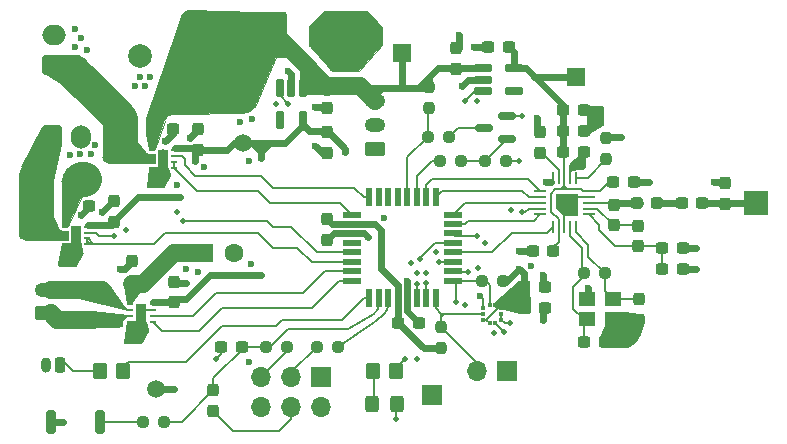
<source format=gbr>
%TF.GenerationSoftware,KiCad,Pcbnew,8.0.7*%
%TF.CreationDate,2025-06-14T22:59:40+12:00*%
%TF.ProjectId,heli_avionics,68656c69-5f61-4766-996f-6e6963732e6b,rev?*%
%TF.SameCoordinates,Original*%
%TF.FileFunction,Copper,L1,Top*%
%TF.FilePolarity,Positive*%
%FSLAX46Y46*%
G04 Gerber Fmt 4.6, Leading zero omitted, Abs format (unit mm)*
G04 Created by KiCad (PCBNEW 8.0.7) date 2025-06-14 22:59:40*
%MOMM*%
%LPD*%
G01*
G04 APERTURE LIST*
G04 Aperture macros list*
%AMRoundRect*
0 Rectangle with rounded corners*
0 $1 Rounding radius*
0 $2 $3 $4 $5 $6 $7 $8 $9 X,Y pos of 4 corners*
0 Add a 4 corners polygon primitive as box body*
4,1,4,$2,$3,$4,$5,$6,$7,$8,$9,$2,$3,0*
0 Add four circle primitives for the rounded corners*
1,1,$1+$1,$2,$3*
1,1,$1+$1,$4,$5*
1,1,$1+$1,$6,$7*
1,1,$1+$1,$8,$9*
0 Add four rect primitives between the rounded corners*
20,1,$1+$1,$2,$3,$4,$5,0*
20,1,$1+$1,$4,$5,$6,$7,0*
20,1,$1+$1,$6,$7,$8,$9,0*
20,1,$1+$1,$8,$9,$2,$3,0*%
%AMFreePoly0*
4,1,19,1.258779,0.580902,1.295106,0.530902,1.300000,0.500000,1.300000,-1.200000,1.280902,-1.258779,1.230902,-1.295106,1.200000,-1.300000,0.100000,-1.300000,0.041221,-1.280902,0.029289,-1.270711,-0.570711,-0.670711,-0.598769,-0.615643,-0.600000,-0.600000,-0.600000,0.500000,-0.580902,0.558779,-0.530902,0.595106,-0.500000,0.600000,1.200000,0.600000,1.258779,0.580902,1.258779,0.580902,
$1*%
G04 Aperture macros list end*
%TA.AperFunction,Conductor*%
%ADD10C,0.010000*%
%TD*%
%TA.AperFunction,Conductor*%
%ADD11C,0.000000*%
%TD*%
%TA.AperFunction,Conductor*%
%ADD12C,0.200000*%
%TD*%
%TA.AperFunction,SMDPad,CuDef*%
%ADD13RoundRect,0.237500X0.237500X-0.300000X0.237500X0.300000X-0.237500X0.300000X-0.237500X-0.300000X0*%
%TD*%
%TA.AperFunction,SMDPad,CuDef*%
%ADD14RoundRect,0.162500X-0.162500X0.617500X-0.162500X-0.617500X0.162500X-0.617500X0.162500X0.617500X0*%
%TD*%
%TA.AperFunction,SMDPad,CuDef*%
%ADD15RoundRect,0.237500X-0.300000X-0.237500X0.300000X-0.237500X0.300000X0.237500X-0.300000X0.237500X0*%
%TD*%
%TA.AperFunction,SMDPad,CuDef*%
%ADD16RoundRect,0.237500X0.300000X0.237500X-0.300000X0.237500X-0.300000X-0.237500X0.300000X-0.237500X0*%
%TD*%
%TA.AperFunction,SMDPad,CuDef*%
%ADD17RoundRect,0.237500X-0.237500X0.287500X-0.237500X-0.287500X0.237500X-0.287500X0.237500X0.287500X0*%
%TD*%
%TA.AperFunction,ComponentPad*%
%ADD18RoundRect,0.250000X0.625000X-0.350000X0.625000X0.350000X-0.625000X0.350000X-0.625000X-0.350000X0*%
%TD*%
%TA.AperFunction,ComponentPad*%
%ADD19O,1.750000X1.200000*%
%TD*%
%TA.AperFunction,ComponentPad*%
%ADD20RoundRect,0.250002X-1.699998X-1.699998X1.699998X-1.699998X1.699998X1.699998X-1.699998X1.699998X0*%
%TD*%
%TA.AperFunction,SMDPad,CuDef*%
%ADD21RoundRect,0.250000X-0.350000X-0.450000X0.350000X-0.450000X0.350000X0.450000X-0.350000X0.450000X0*%
%TD*%
%TA.AperFunction,ComponentPad*%
%ADD22R,1.700000X1.700000*%
%TD*%
%TA.AperFunction,ComponentPad*%
%ADD23O,1.700000X1.700000*%
%TD*%
%TA.AperFunction,SMDPad,CuDef*%
%ADD24R,0.300000X0.325000*%
%TD*%
%TA.AperFunction,SMDPad,CuDef*%
%ADD25R,0.325000X0.300000*%
%TD*%
%TA.AperFunction,SMDPad,CuDef*%
%ADD26RoundRect,0.237500X-0.237500X0.300000X-0.237500X-0.300000X0.237500X-0.300000X0.237500X0.300000X0*%
%TD*%
%TA.AperFunction,ComponentPad*%
%ADD27RoundRect,0.250000X-0.600000X-0.750000X0.600000X-0.750000X0.600000X0.750000X-0.600000X0.750000X0*%
%TD*%
%TA.AperFunction,ComponentPad*%
%ADD28O,1.700000X2.000000*%
%TD*%
%TA.AperFunction,SMDPad,CuDef*%
%ADD29RoundRect,0.237500X-0.237500X0.250000X-0.237500X-0.250000X0.237500X-0.250000X0.237500X0.250000X0*%
%TD*%
%TA.AperFunction,SMDPad,CuDef*%
%ADD30C,1.500000*%
%TD*%
%TA.AperFunction,SMDPad,CuDef*%
%ADD31RoundRect,0.062500X-0.475000X-0.062500X0.475000X-0.062500X0.475000X0.062500X-0.475000X0.062500X0*%
%TD*%
%TA.AperFunction,SMDPad,CuDef*%
%ADD32RoundRect,0.062500X-0.062500X-0.475000X0.062500X-0.475000X0.062500X0.475000X-0.062500X0.475000X0*%
%TD*%
%TA.AperFunction,HeatsinkPad*%
%ADD33C,0.600000*%
%TD*%
%TA.AperFunction,HeatsinkPad*%
%ADD34FreePoly0,0.000000*%
%TD*%
%TA.AperFunction,SMDPad,CuDef*%
%ADD35RoundRect,0.237500X-0.250000X-0.237500X0.250000X-0.237500X0.250000X0.237500X-0.250000X0.237500X0*%
%TD*%
%TA.AperFunction,ComponentPad*%
%ADD36RoundRect,0.225000X0.225000X0.425000X-0.225000X0.425000X-0.225000X-0.425000X0.225000X-0.425000X0*%
%TD*%
%TA.AperFunction,ComponentPad*%
%ADD37O,0.900000X1.300000*%
%TD*%
%TA.AperFunction,ComponentPad*%
%ADD38RoundRect,0.250000X0.750000X-0.600000X0.750000X0.600000X-0.750000X0.600000X-0.750000X-0.600000X0*%
%TD*%
%TA.AperFunction,ComponentPad*%
%ADD39O,2.000000X1.700000*%
%TD*%
%TA.AperFunction,SMDPad,CuDef*%
%ADD40R,1.500000X1.500000*%
%TD*%
%TA.AperFunction,SMDPad,CuDef*%
%ADD41RoundRect,0.237500X0.250000X0.237500X-0.250000X0.237500X-0.250000X-0.237500X0.250000X-0.237500X0*%
%TD*%
%TA.AperFunction,ComponentPad*%
%ADD42RoundRect,0.250001X-0.799999X-0.799999X0.799999X-0.799999X0.799999X0.799999X-0.799999X0.799999X0*%
%TD*%
%TA.AperFunction,SMDPad,CuDef*%
%ADD43RoundRect,0.162500X-0.617500X-0.162500X0.617500X-0.162500X0.617500X0.162500X-0.617500X0.162500X0*%
%TD*%
%TA.AperFunction,SMDPad,CuDef*%
%ADD44RoundRect,0.200000X-0.200000X-0.800000X0.200000X-0.800000X0.200000X0.800000X-0.200000X0.800000X0*%
%TD*%
%TA.AperFunction,SMDPad,CuDef*%
%ADD45R,1.400000X1.200000*%
%TD*%
%TA.AperFunction,ComponentPad*%
%ADD46R,1.600000X1.600000*%
%TD*%
%TA.AperFunction,ComponentPad*%
%ADD47C,1.600000*%
%TD*%
%TA.AperFunction,SMDPad,CuDef*%
%ADD48R,1.600000X0.550000*%
%TD*%
%TA.AperFunction,SMDPad,CuDef*%
%ADD49R,0.550000X1.600000*%
%TD*%
%TA.AperFunction,SMDPad,CuDef*%
%ADD50RoundRect,0.150000X0.587500X0.150000X-0.587500X0.150000X-0.587500X-0.150000X0.587500X-0.150000X0*%
%TD*%
%TA.AperFunction,SMDPad,CuDef*%
%ADD51RoundRect,0.062500X-0.187500X-0.062500X0.187500X-0.062500X0.187500X0.062500X-0.187500X0.062500X0*%
%TD*%
%TA.AperFunction,ComponentPad*%
%ADD52C,0.650000*%
%TD*%
%TA.AperFunction,SMDPad,CuDef*%
%ADD53R,0.900000X1.600000*%
%TD*%
%TA.AperFunction,SMDPad,CuDef*%
%ADD54RoundRect,0.250000X0.325000X0.450000X-0.325000X0.450000X-0.325000X-0.450000X0.325000X-0.450000X0*%
%TD*%
%TA.AperFunction,ComponentPad*%
%ADD55R,2.000000X2.000000*%
%TD*%
%TA.AperFunction,ComponentPad*%
%ADD56C,2.000000*%
%TD*%
%TA.AperFunction,SMDPad,CuDef*%
%ADD57RoundRect,0.237500X-0.287500X-0.237500X0.287500X-0.237500X0.287500X0.237500X-0.287500X0.237500X0*%
%TD*%
%TA.AperFunction,ViaPad*%
%ADD58C,0.600000*%
%TD*%
%TA.AperFunction,ViaPad*%
%ADD59C,0.500000*%
%TD*%
%TA.AperFunction,Conductor*%
%ADD60C,0.600000*%
%TD*%
%TA.AperFunction,Conductor*%
%ADD61C,1.500000*%
%TD*%
%TA.AperFunction,Conductor*%
%ADD62C,3.000000*%
%TD*%
G04 APERTURE END LIST*
D10*
%TO.N,GND*%
X125170000Y-104760000D02*
X127110000Y-106980000D01*
D11*
%TA.AperFunction,Conductor*%
G36*
X106085727Y-122338577D02*
G01*
X106099700Y-122398294D01*
X106088151Y-122520284D01*
X106063245Y-122576330D01*
X105579298Y-123438523D01*
X105562532Y-123471650D01*
X105508951Y-123522959D01*
X105440110Y-123550609D01*
X105403017Y-123552188D01*
X104169338Y-123566288D01*
X104133608Y-123565011D01*
X104069148Y-123534252D01*
X104010000Y-123480000D01*
X103970000Y-123430000D01*
X103930000Y-123350000D01*
X104286693Y-121528577D01*
X105926693Y-121508577D01*
X106085727Y-122338577D01*
G37*
%TD.AperFunction*%
D10*
%TO.N,+BATT*%
X111650000Y-113590000D02*
X111380000Y-112270000D01*
%TO.N,Net-(J3-Pin_1)*%
X110710000Y-113080000D02*
X107730000Y-112753292D01*
X111420678Y-113922482D02*
X110710000Y-113080000D01*
D11*
%TA.AperFunction,Conductor*%
%TO.N,Net-(J2-Pin_1)*%
G36*
X109865445Y-127590813D02*
G01*
X109865445Y-127820813D01*
X109617987Y-127991917D01*
X109560000Y-128030000D01*
X109474317Y-128138947D01*
X109433680Y-128271460D01*
X109435445Y-128340813D01*
X109435007Y-128354844D01*
X109432797Y-128412217D01*
X109396306Y-128521007D01*
X109327121Y-128612551D01*
X109232422Y-128677349D01*
X109122034Y-128708678D01*
X109064618Y-128708244D01*
X106950000Y-128760000D01*
X106920000Y-127270000D01*
X109865445Y-127590813D01*
G37*
%TD.AperFunction*%
D10*
%TO.N,GND*%
X148590000Y-114300000D02*
X148590000Y-115062000D01*
X147574000Y-115316000D01*
X147320000Y-115316000D01*
X147320000Y-115062000D01*
X148082000Y-114046000D01*
X148590000Y-114300000D01*
%TA.AperFunction,Conductor*%
G36*
X148590000Y-114300000D02*
G01*
X148590000Y-115062000D01*
X147574000Y-115316000D01*
X147320000Y-115316000D01*
X147320000Y-115062000D01*
X148082000Y-114046000D01*
X148590000Y-114300000D01*
G37*
%TD.AperFunction*%
D11*
%TA.AperFunction,Conductor*%
G36*
X152890000Y-127490000D02*
G01*
X153628056Y-128338298D01*
X153291756Y-129222876D01*
X153255860Y-129352156D01*
X153146913Y-129597328D01*
X152998623Y-129820910D01*
X152815141Y-130016646D01*
X152601600Y-130179061D01*
X152363973Y-130303610D01*
X152108911Y-130386807D01*
X151843550Y-130426326D01*
X151709378Y-130426409D01*
X150565426Y-130423084D01*
X149710000Y-129640000D01*
X150260000Y-128600000D01*
X151650000Y-127410000D01*
X152890000Y-127490000D01*
G37*
%TD.AperFunction*%
D12*
X150114000Y-111252000D02*
X150114000Y-111506000D01*
X148844000Y-112268000D01*
X148844000Y-109982000D01*
X150114000Y-109982000D01*
X150114000Y-111252000D01*
%TA.AperFunction,Conductor*%
G36*
X150114000Y-111252000D02*
G01*
X150114000Y-111506000D01*
X148844000Y-112268000D01*
X148844000Y-109982000D01*
X150114000Y-109982000D01*
X150114000Y-111252000D01*
G37*
%TD.AperFunction*%
D10*
%TO.N,Net-(J3-Pin_1)*%
X112140000Y-114030000D02*
X111650000Y-114030000D01*
%TO.N,Net-(J4-Pin_1)*%
X104280000Y-120520000D02*
G75*
G02*
X104050672Y-120412486I-13800J268900D01*
G01*
X104050678Y-120412482D02*
X103600000Y-119390000D01*
%TO.N,+BATT*%
X112932036Y-111166807D02*
G75*
G02*
X113771336Y-110608832I815664J-316693D01*
G01*
D11*
%TA.AperFunction,Conductor*%
G36*
X105950000Y-117580000D02*
G01*
X104770000Y-120060000D01*
X104280000Y-120070000D01*
X104249314Y-116374167D01*
G75*
G02*
X104450001Y-115630000I1480086J-33D01*
G01*
X104710000Y-115200000D01*
X105950000Y-117580000D01*
G37*
%TD.AperFunction*%
D10*
%TO.N,Net-(J3-Pin_1)*%
X107719078Y-114266708D02*
X107730000Y-112753292D01*
X108237506Y-114785136D02*
G75*
G02*
X107719064Y-114266708I-6J518436D01*
G01*
%TO.N,+BATT*%
X111650000Y-113590000D02*
X112140000Y-113580000D01*
X111380000Y-112270000D02*
X111380001Y-111410000D01*
D11*
%TA.AperFunction,Conductor*%
G36*
X120690000Y-101960000D02*
G01*
X122380000Y-105820000D01*
X120607710Y-110009733D01*
G75*
G02*
X119700000Y-110539999I-892210J485233D01*
G01*
X119700000Y-110540000D01*
X113770520Y-110639036D01*
G75*
G03*
X112960175Y-111177733I-22820J-844464D01*
G01*
X112140000Y-113580000D01*
X111650000Y-113590000D01*
X111380000Y-112270000D01*
X111380001Y-111410000D01*
G75*
G02*
X111494729Y-110674928I1758399J102000D01*
G01*
X114470000Y-102160000D01*
G75*
G02*
X115066630Y-101822701I586500J-341100D01*
G01*
X120690000Y-101960000D01*
G37*
%TD.AperFunction*%
D10*
%TO.N,GND*%
X130080000Y-101930000D02*
X126460000Y-101930000D01*
D11*
%TA.AperFunction,Conductor*%
%TO.N,Net-(J4-Pin_1)*%
G36*
X104240000Y-113270000D02*
G01*
X103610000Y-116290000D01*
X100800000Y-115100000D01*
X102580000Y-111670000D01*
X104240000Y-113270000D01*
G37*
%TD.AperFunction*%
%TA.AperFunction,Conductor*%
%TO.N,Net-(J3-Pin_1)*%
G36*
X110710000Y-113080000D02*
G01*
X111420678Y-113922482D01*
X111448449Y-113956732D01*
X111521100Y-114006608D01*
X111605909Y-114030553D01*
X111650000Y-114030000D01*
X112140000Y-114030000D01*
X112140000Y-114780000D01*
X108237506Y-114785136D01*
X108169544Y-114782927D01*
X108038250Y-114747749D01*
X107920535Y-114679788D01*
X107824421Y-114583676D01*
X107756457Y-114465963D01*
X107721275Y-114334670D01*
X107719078Y-114266708D01*
X107730000Y-112753292D01*
X110710000Y-113080000D01*
G37*
%TD.AperFunction*%
D10*
%TO.N,+BATT*%
X104450001Y-115630000D02*
X104710000Y-115200000D01*
X104710000Y-115200000D02*
X105950000Y-117580000D01*
D11*
%TA.AperFunction,Conductor*%
%TO.N,GND*%
G36*
X111601034Y-128873750D02*
G01*
X111615007Y-128933467D01*
X111603458Y-129055457D01*
X111578552Y-129111503D01*
X111094605Y-129973696D01*
X111077839Y-130006823D01*
X111024258Y-130058132D01*
X110955417Y-130085782D01*
X110918324Y-130087361D01*
X109684645Y-130101461D01*
X109648915Y-130100184D01*
X109584455Y-130069425D01*
X109540187Y-130013374D01*
X109525204Y-129943539D01*
X109532228Y-129908483D01*
X109802000Y-128233750D01*
X111442000Y-128213750D01*
X111601034Y-128873750D01*
G37*
%TD.AperFunction*%
%TA.AperFunction,Conductor*%
%TO.N,Net-(J4-Pin_1)*%
G36*
X103600000Y-119390000D02*
G01*
X104050678Y-120412482D01*
G75*
G03*
X104280000Y-120520000I215522J161382D01*
G01*
X104770000Y-120520000D01*
X104770000Y-121270000D01*
X101136584Y-121271844D01*
G75*
G02*
X100618156Y-120753416I16J518444D01*
G01*
X100620000Y-119240000D01*
X103600000Y-119390000D01*
G37*
%TD.AperFunction*%
D10*
%TO.N,+BATT*%
X104770000Y-120060000D02*
X104280000Y-120070000D01*
%TO.N,Net-(J4-Pin_1)*%
X104770000Y-121270000D02*
X104770000Y-120520000D01*
%TO.N,VCC*%
X143850000Y-124790000D02*
X143880000Y-127400000D01*
X143840000Y-127440000D01*
X143790000Y-127460000D01*
X143750000Y-127470000D01*
X143090000Y-127480000D01*
X143040000Y-127470000D01*
X141610000Y-127130000D01*
X141340000Y-127130000D01*
X140840000Y-126880000D01*
X140840000Y-126610000D01*
X142940000Y-124750000D01*
X143850000Y-124790000D01*
%TA.AperFunction,Conductor*%
G36*
X143850000Y-124790000D02*
G01*
X143880000Y-127400000D01*
X143840000Y-127440000D01*
X143790000Y-127460000D01*
X143750000Y-127470000D01*
X143090000Y-127480000D01*
X143040000Y-127470000D01*
X141610000Y-127130000D01*
X141340000Y-127130000D01*
X140840000Y-126880000D01*
X140840000Y-126610000D01*
X142940000Y-124750000D01*
X143850000Y-124790000D01*
G37*
%TD.AperFunction*%
%TO.N,+BATT*%
X105950000Y-117580000D02*
X104770000Y-120060000D01*
D11*
%TA.AperFunction,Conductor*%
%TO.N,Net-(J2-Pin_2)*%
G36*
X109610000Y-126970000D02*
G01*
X109860000Y-127090000D01*
X109850000Y-127330000D01*
X105410000Y-126226000D01*
X108340000Y-125100000D01*
X109610000Y-126970000D01*
G37*
%TD.AperFunction*%
D10*
%TO.N,+BATT*%
X111380001Y-111410000D02*
G75*
G02*
X111494746Y-110674934I1758399J102000D01*
G01*
X119700000Y-110540000D02*
X113770520Y-110639036D01*
X120607710Y-110009733D02*
G75*
G02*
X119700000Y-110540005I-892210J485233D01*
G01*
%TO.N,Net-(J4-Pin_1)*%
X100618156Y-120753416D02*
X100620000Y-119240000D01*
%TO.N,GND*%
X127110000Y-106980000D02*
X129430000Y-106990000D01*
%TO.N,Net-(J3-Pin_1)*%
X111650000Y-114030000D02*
G75*
G02*
X111420672Y-113922486I-13800J268900D01*
G01*
%TO.N,Net-(J4-Pin_1)*%
X101136584Y-121271844D02*
G75*
G02*
X100618156Y-120753416I16J518444D01*
G01*
%TO.N,+BATT*%
X104249314Y-116374167D02*
G75*
G02*
X104450013Y-115630007I1480086J-33D01*
G01*
%TO.N,Net-(J4-Pin_1)*%
X104770000Y-120520000D02*
X104280000Y-120520000D01*
%TO.N,+BATT*%
X114470000Y-102160000D02*
X111494729Y-110674928D01*
X114470000Y-102160000D02*
G75*
G02*
X115066630Y-101822698I586500J-341100D01*
G01*
X104280000Y-120070000D02*
X104249314Y-116374167D01*
D11*
%TA.AperFunction,Conductor*%
G36*
X110880000Y-125761750D02*
G01*
X110290000Y-126641750D01*
X109810000Y-126681750D01*
X109490000Y-125071750D01*
X110880000Y-125761750D01*
G37*
%TD.AperFunction*%
%TA.AperFunction,Conductor*%
%TO.N,Net-(J3-Pin_1)*%
G36*
X105710000Y-105610000D02*
G01*
X106400000Y-106060000D01*
X104300000Y-108190000D01*
X102810000Y-107260000D01*
X104380000Y-105590000D01*
X105710000Y-105610000D01*
G37*
%TD.AperFunction*%
D10*
%TO.N,+BATT*%
X122380000Y-105820000D02*
X120690000Y-101960000D01*
%TO.N,GND*%
X125170000Y-103250000D02*
X125170000Y-104760000D01*
%TO.N,Net-(J4-Pin_1)*%
X103600000Y-119390000D02*
X100620000Y-119240000D01*
%TO.N,Net-(J3-Pin_1)*%
X112140000Y-114780000D02*
X108237506Y-114785136D01*
%TO.N,+BATT*%
X122380000Y-105820000D02*
X120607710Y-110009733D01*
D11*
%TA.AperFunction,Conductor*%
%TO.N,GND*%
G36*
X113290000Y-115208000D02*
G01*
X113476109Y-115706594D01*
X113489098Y-115751377D01*
X113487214Y-115844544D01*
X113472449Y-115888774D01*
X113003452Y-116798000D01*
X112988342Y-116830485D01*
X112929215Y-116870730D01*
X112893452Y-116872931D01*
X111583207Y-116875184D01*
X111559347Y-116874047D01*
X111518613Y-116849269D01*
X111497350Y-116806595D01*
X111498240Y-116782726D01*
X111650000Y-115198000D01*
X113290000Y-115208000D01*
G37*
%TD.AperFunction*%
D10*
X131370000Y-103250000D02*
X130080000Y-101930000D01*
%TO.N,Net-(J3-Pin_1)*%
X112140000Y-114780000D02*
X112140000Y-114030000D01*
%TO.N,GND*%
X129430000Y-106990000D02*
X131370000Y-104780000D01*
X126460000Y-101930000D02*
X125170000Y-103250000D01*
%TO.N,+BATT*%
X112960175Y-111177733D02*
X112140000Y-113580000D01*
D11*
%TA.AperFunction,Conductor*%
%TO.N,GND*%
G36*
X131370000Y-103250000D02*
G01*
X131370000Y-104780000D01*
X129430000Y-106990000D01*
X127110000Y-106980000D01*
X125170000Y-104760000D01*
X125170000Y-103250000D01*
X126460000Y-101930000D01*
X130080000Y-101930000D01*
X131370000Y-103250000D01*
G37*
%TD.AperFunction*%
D10*
X131370000Y-104780000D02*
X131370000Y-103250000D01*
%TO.N,Net-(J4-Pin_1)*%
X104770000Y-121270000D02*
X101136584Y-121271844D01*
%TO.N,+BATT*%
X120690000Y-101960000D02*
X115066630Y-101822701D01*
%TD*%
D13*
%TO.P,C30,1*%
%TO.N,+BATT*%
X137668000Y-106780500D03*
%TO.P,C30,2*%
%TO.N,GND*%
X137668000Y-105055500D03*
%TD*%
D14*
%TO.P,U6,1,IN*%
%TO.N,+BATT*%
X124648000Y-108378000D03*
%TO.P,U6,2,GND*%
%TO.N,GND*%
X123698000Y-108378000D03*
%TO.P,U6,3,EN*%
%TO.N,/Power circuits/VREG_EN*%
X122748000Y-108378000D03*
%TO.P,U6,4,NC*%
%TO.N,unconnected-(U6-NC-Pad4)*%
X122748000Y-111078000D03*
%TO.P,U6,5,OUT*%
%TO.N,VCC*%
X124648000Y-111078000D03*
%TD*%
D15*
%TO.P,C12,1*%
%TO.N,Net-(U2-VDD_PA)*%
X155093500Y-123698000D03*
%TO.P,C12,2*%
%TO.N,GND*%
X156818500Y-123698000D03*
%TD*%
D16*
%TO.P,C4,1*%
%TO.N,+3V0*%
X145882500Y-122174000D03*
%TO.P,C4,2*%
%TO.N,GND*%
X144157500Y-122174000D03*
%TD*%
D17*
%TO.P,L1,1,1*%
%TO.N,Net-(U2-ANT1)*%
X153045500Y-120059500D03*
%TO.P,L1,2,2*%
%TO.N,Net-(U2-VDD_PA)*%
X153045500Y-121809500D03*
%TD*%
D18*
%TO.P,J5,1,Pin_1*%
%TO.N,GND*%
X130810000Y-113538000D03*
D19*
%TO.P,J5,2,Pin_2*%
%TO.N,/Power circuits/VREG_EN*%
X130810000Y-111538000D03*
%TO.P,J5,3,Pin_3*%
%TO.N,+BATT*%
X130810000Y-109538000D03*
%TD*%
D20*
%TO.P,J6,1,Pin_1*%
%TO.N,+BATT*%
X121412000Y-103886000D03*
%TD*%
D21*
%TO.P,R9,1*%
%TO.N,Net-(D2-A)*%
X130572000Y-132334000D03*
%TO.P,R9,2*%
%TO.N,/PA7*%
X132572000Y-132334000D03*
%TD*%
D22*
%TO.P,J9,1,Pin_1*%
%TO.N,/I2C_SCL*%
X141986000Y-132334000D03*
D23*
%TO.P,J9,2,Pin_2*%
%TO.N,/I2C_SDA*%
X139446000Y-132334000D03*
%TD*%
D15*
%TO.P,C20,1*%
%TO.N,VCC*%
X143409500Y-127000000D03*
%TO.P,C20,2*%
%TO.N,GND*%
X145134500Y-127000000D03*
%TD*%
D24*
%TO.P,U5,1,VDDIO*%
%TO.N,VCC*%
X140966000Y-126745500D03*
%TO.P,U5,2,SCK/SCL*%
%TO.N,/I2C_SCL*%
X140466000Y-126745500D03*
D25*
%TO.P,U5,3,VSS/GND*%
%TO.N,GND*%
X139953500Y-127008000D03*
%TO.P,U5,4,SDI/SDO/SDA*%
%TO.N,/I2C_SDA*%
X139953500Y-127508000D03*
%TO.P,U5,5,SA0*%
%TO.N,VCC*%
X139953500Y-128008000D03*
D24*
%TO.P,U5,6,~{CS}*%
X140466000Y-128270500D03*
%TO.P,U5,7,INT/DNC*%
%TO.N,/PA4*%
X140966000Y-128270500D03*
D25*
%TO.P,U5,8,VSS/GND*%
%TO.N,GND*%
X141478500Y-128008000D03*
%TO.P,U5,9,VSS/GND*%
X141478500Y-127508000D03*
%TO.P,U5,10,VDD*%
%TO.N,VCC*%
X141478500Y-127008000D03*
%TD*%
D26*
%TO.P,C2,1*%
%TO.N,VCC*%
X126746000Y-119533500D03*
%TO.P,C2,2*%
%TO.N,GND*%
X126746000Y-121258500D03*
%TD*%
D15*
%TO.P,C5,1*%
%TO.N,+3V0*%
X150943500Y-116362500D03*
%TO.P,C5,2*%
%TO.N,GND*%
X152668500Y-116362500D03*
%TD*%
D13*
%TO.P,C16,1*%
%TO.N,+BATT*%
X110236000Y-124814500D03*
%TO.P,C16,2*%
%TO.N,GND*%
X110236000Y-123089500D03*
%TD*%
D27*
%TO.P,J4,1,Pin_1*%
%TO.N,Net-(J4-Pin_1)*%
X103398000Y-112522000D03*
D28*
%TO.P,J4,2,Pin_2*%
%TO.N,GND*%
X105898000Y-112522000D03*
%TD*%
D29*
%TO.P,R3,1*%
%TO.N,GND*%
X150368000Y-112625500D03*
%TO.P,R3,2*%
%TO.N,Net-(U2-IREF)*%
X150368000Y-114450500D03*
%TD*%
D15*
%TO.P,C9,1*%
%TO.N,Net-(U2-XC2)*%
X148489500Y-129947500D03*
%TO.P,C9,2*%
%TO.N,GND*%
X150214500Y-129947500D03*
%TD*%
%TO.P,C26,1*%
%TO.N,+BATT*%
X104801500Y-118364000D03*
%TO.P,C26,2*%
%TO.N,GND*%
X106526500Y-118364000D03*
%TD*%
D30*
%TO.P,TP2,1,1*%
%TO.N,VCC*%
X119634000Y-113030000D03*
%TD*%
D31*
%TO.P,U2,1,CE*%
%TO.N,/PD0*%
X144749500Y-117110000D03*
%TO.P,U2,2,CSN*%
%TO.N,/SPI_SS*%
X144749500Y-117610000D03*
%TO.P,U2,3,SCK*%
%TO.N,/SPI_CLK*%
X144749500Y-118110000D03*
%TO.P,U2,4,MOSI*%
%TO.N,/SPI_MOSI*%
X144749500Y-118610000D03*
%TO.P,U2,5,MISO*%
%TO.N,/SPI_MISO*%
X144749500Y-119110000D03*
D32*
%TO.P,U2,6,IRQ*%
%TO.N,/PA6*%
X145812000Y-120172500D03*
%TO.P,U2,7,VDD*%
%TO.N,+3V0*%
X146312000Y-120172500D03*
%TO.P,U2,8,VSS*%
%TO.N,GND*%
X146812000Y-120172500D03*
%TO.P,U2,9,XC2*%
%TO.N,Net-(U2-XC2)*%
X147312000Y-120172500D03*
%TO.P,U2,10,XC1*%
%TO.N,Net-(U2-XC1)*%
X147812000Y-120172500D03*
D31*
%TO.P,U2,11,VDD_PA*%
%TO.N,Net-(U2-VDD_PA)*%
X148874500Y-119110000D03*
%TO.P,U2,12,ANT1*%
%TO.N,Net-(U2-ANT1)*%
X148874500Y-118610000D03*
%TO.P,U2,13,ANT2*%
%TO.N,Net-(U2-ANT2)*%
X148874500Y-118110000D03*
%TO.P,U2,14,VSS*%
%TO.N,GND*%
X148874500Y-117610000D03*
%TO.P,U2,15,VDD*%
%TO.N,+3V0*%
X148874500Y-117110000D03*
D32*
%TO.P,U2,16,IREF*%
%TO.N,Net-(U2-IREF)*%
X147812000Y-116047500D03*
%TO.P,U2,17,VSS*%
%TO.N,GND*%
X147312000Y-116047500D03*
%TO.P,U2,18,VDD*%
%TO.N,+3V0*%
X146812000Y-116047500D03*
%TO.P,U2,19,DVDD*%
%TO.N,Net-(U2-DVDD)*%
X146312000Y-116047500D03*
%TO.P,U2,20,VSS*%
%TO.N,GND*%
X145812000Y-116047500D03*
D33*
%TO.P,U2,21,PAD*%
X146612000Y-117910000D03*
D34*
X146712000Y-118010000D03*
D33*
X147512000Y-117910000D03*
X147512000Y-118810000D03*
%TD*%
D15*
%TO.P,C10,1*%
%TO.N,Net-(U2-VDD_PA)*%
X155093500Y-121920000D03*
%TO.P,C10,2*%
%TO.N,GND*%
X156818500Y-121920000D03*
%TD*%
D35*
%TO.P,R7,1*%
%TO.N,/PD1*%
X136247500Y-114554000D03*
%TO.P,R7,2*%
%TO.N,Net-(Q1-G)*%
X138072500Y-114554000D03*
%TD*%
D36*
%TO.P,J7,1,Pin_1*%
%TO.N,Net-(J7-Pin_1)*%
X104140000Y-131826000D03*
D37*
%TO.P,J7,2,Pin_2*%
%TO.N,GND*%
X102890000Y-131826000D03*
%TD*%
D16*
%TO.P,C3,1*%
%TO.N,/RESET*%
X119480500Y-130302000D03*
%TO.P,C3,2*%
%TO.N,GND*%
X117755500Y-130302000D03*
%TD*%
D26*
%TO.P,C28,1*%
%TO.N,/RESET*%
X117094000Y-134011500D03*
%TO.P,C28,2*%
%TO.N,Net-(J1-Pin_4)*%
X117094000Y-135736500D03*
%TD*%
D13*
%TO.P,C7,1*%
%TO.N,Net-(U2-DVDD)*%
X144718000Y-113892500D03*
%TO.P,C7,2*%
%TO.N,GND*%
X144718000Y-112167500D03*
%TD*%
D30*
%TO.P,TP4,1,1*%
%TO.N,GND*%
X112268000Y-133858000D03*
%TD*%
D26*
%TO.P,C11,1*%
%TO.N,Net-(U2-XC1)*%
X153162000Y-126291000D03*
%TO.P,C11,2*%
%TO.N,GND*%
X153162000Y-128016000D03*
%TD*%
D38*
%TO.P,J3,1,Pin_1*%
%TO.N,Net-(J3-Pin_1)*%
X103632000Y-106426000D03*
D39*
%TO.P,J3,2,Pin_2*%
%TO.N,GND*%
X103632000Y-103926000D03*
%TD*%
D15*
%TO.P,C13,1*%
%TO.N,Net-(C13-Pad1)*%
X156755000Y-118140500D03*
%TO.P,C13,2*%
%TO.N,Net-(AE1-A)*%
X158480000Y-118140500D03*
%TD*%
D18*
%TO.P,J2,1,Pin_1*%
%TO.N,Net-(J2-Pin_1)*%
X102870000Y-127476000D03*
D19*
%TO.P,J2,2,Pin_2*%
%TO.N,Net-(J2-Pin_2)*%
X102870000Y-125476000D03*
%TD*%
D15*
%TO.P,C8,1*%
%TO.N,+3V0*%
X146711500Y-112044500D03*
%TO.P,C8,2*%
%TO.N,GND*%
X148436500Y-112044500D03*
%TD*%
D40*
%TO.P,TP3,1,1*%
%TO.N,+3V0*%
X147828000Y-107442000D03*
%TD*%
D16*
%TO.P,C31,1*%
%TO.N,+3V0*%
X142086500Y-104902000D03*
%TO.P,C31,2*%
%TO.N,GND*%
X140361500Y-104902000D03*
%TD*%
D13*
%TO.P,C25,1*%
%TO.N,VCC*%
X108712000Y-119734500D03*
%TO.P,C25,2*%
%TO.N,GND*%
X108712000Y-118009500D03*
%TD*%
%TO.P,C17,1*%
%TO.N,VCC*%
X115824000Y-113638500D03*
%TO.P,C17,2*%
%TO.N,GND*%
X115824000Y-111913500D03*
%TD*%
D17*
%TO.P,L2,1,1*%
%TO.N,Net-(U2-ANT2)*%
X151013500Y-118281500D03*
%TO.P,L2,2,2*%
%TO.N,Net-(U2-ANT1)*%
X151013500Y-120031500D03*
%TD*%
D41*
%TO.P,R4,1*%
%TO.N,Net-(U2-XC1)*%
X150264500Y-124105500D03*
%TO.P,R4,2*%
%TO.N,Net-(U2-XC2)*%
X148439500Y-124105500D03*
%TD*%
D42*
%TO.P,AE1,1,A*%
%TO.N,Net-(AE1-A)*%
X163068000Y-118110000D03*
%TD*%
D20*
%TO.P,J8,1,Pin_1*%
%TO.N,GND*%
X128270000Y-103886000D03*
%TD*%
D22*
%TO.P,J10,1,Pin_1*%
%TO.N,Net-(J10-Pin_1)*%
X135636000Y-134366000D03*
%TD*%
D43*
%TO.P,U7,1,IN*%
%TO.N,+BATT*%
X139874000Y-106746000D03*
%TO.P,U7,2,GND*%
%TO.N,GND*%
X139874000Y-107696000D03*
%TO.P,U7,3,EN*%
%TO.N,/Power circuits/VREG_EN*%
X139874000Y-108646000D03*
%TO.P,U7,4,NC*%
%TO.N,unconnected-(U7-NC-Pad4)*%
X142574000Y-108646000D03*
%TO.P,U7,5,OUT*%
%TO.N,+3V0*%
X142574000Y-106746000D03*
%TD*%
D15*
%TO.P,C6,1*%
%TO.N,+3V0*%
X146711500Y-113822500D03*
%TO.P,C6,2*%
%TO.N,GND*%
X148436500Y-113822500D03*
%TD*%
D35*
%TO.P,R13,1*%
%TO.N,/I2C_SCL*%
X139803500Y-124714000D03*
%TO.P,R13,2*%
%TO.N,VCC*%
X141628500Y-124714000D03*
%TD*%
D29*
%TO.P,R12,1*%
%TO.N,/I2C_SDA*%
X136398000Y-128627500D03*
%TO.P,R12,2*%
%TO.N,VCC*%
X136398000Y-130452500D03*
%TD*%
D15*
%TO.P,C1,1*%
%TO.N,VCC*%
X132741500Y-128270000D03*
%TO.P,C1,2*%
%TO.N,GND*%
X134466500Y-128270000D03*
%TD*%
D44*
%TO.P,SW1,1,1*%
%TO.N,GND*%
X103310000Y-136652000D03*
%TO.P,SW1,2,2*%
%TO.N,Net-(R2-Pad1)*%
X107510000Y-136652000D03*
%TD*%
D35*
%TO.P,R6,1*%
%TO.N,/PD2*%
X135231500Y-112522000D03*
%TO.P,R6,2*%
%TO.N,Net-(Q1-D)*%
X137056500Y-112522000D03*
%TD*%
D29*
%TO.P,R5,1*%
%TO.N,+BATT*%
X135382000Y-108307500D03*
%TO.P,R5,2*%
%TO.N,/PD2*%
X135382000Y-110132500D03*
%TD*%
D40*
%TO.P,TP1,1,1*%
%TO.N,+BATT*%
X133096000Y-105410000D03*
%TD*%
D45*
%TO.P,Y1,1,1*%
%TO.N,Net-(U2-XC1)*%
X150960000Y-126303500D03*
%TO.P,Y1,2,2*%
%TO.N,GND*%
X148760000Y-126303500D03*
%TO.P,Y1,3,3*%
%TO.N,Net-(U2-XC2)*%
X148760000Y-128003500D03*
%TO.P,Y1,4,4*%
%TO.N,GND*%
X150960000Y-128003500D03*
%TD*%
D26*
%TO.P,C22,1*%
%TO.N,VCC*%
X126746000Y-112167500D03*
%TO.P,C22,2*%
%TO.N,GND*%
X126746000Y-113892500D03*
%TD*%
D46*
%TO.P,C23,1*%
%TO.N,+BATT*%
X116332000Y-122377750D03*
D47*
%TO.P,C23,2*%
%TO.N,GND*%
X118832000Y-122377750D03*
%TD*%
D48*
%TO.P,U1,1,PA3*%
%TO.N,/I2C_SCL*%
X137346000Y-124720000D03*
%TO.P,U1,2,PA4*%
%TO.N,/PA4*%
X137346000Y-123920000D03*
%TO.P,U1,3,PA5*%
%TO.N,Net-(J10-Pin_1)*%
X137346000Y-123120000D03*
%TO.P,U1,4,PA6*%
%TO.N,/PA6*%
X137346000Y-122320000D03*
%TO.P,U1,5,PA7*%
%TO.N,/PA7*%
X137346000Y-121520000D03*
%TO.P,U1,6,PC0*%
%TO.N,/SPI_MOSI*%
X137346000Y-120720000D03*
%TO.P,U1,7,PC1*%
%TO.N,/SPI_MISO*%
X137346000Y-119920000D03*
%TO.P,U1,8,PC2*%
%TO.N,/SPI_CLK*%
X137346000Y-119120000D03*
D49*
%TO.P,U1,9,PC3*%
%TO.N,/SPI_SS*%
X135896000Y-117670000D03*
%TO.P,U1,10,PD0*%
%TO.N,/PD0*%
X135096000Y-117670000D03*
%TO.P,U1,11,PD1*%
%TO.N,/PD1*%
X134296000Y-117670000D03*
%TO.P,U1,12,PD2*%
%TO.N,/PD2*%
X133496000Y-117670000D03*
%TO.P,U1,13,PD3*%
%TO.N,unconnected-(U1-PD3-Pad13)*%
X132696000Y-117670000D03*
%TO.P,U1,14,PD4*%
%TO.N,unconnected-(U1-PD4-Pad14)*%
X131896000Y-117670000D03*
%TO.P,U1,15,PD5*%
%TO.N,unconnected-(U1-PD5-Pad15)*%
X131096000Y-117670000D03*
%TO.P,U1,16,PD6*%
%TO.N,/PD6*%
X130296000Y-117670000D03*
D48*
%TO.P,U1,17,PD7*%
%TO.N,/PD7*%
X128846000Y-119120000D03*
%TO.P,U1,18,AVDD*%
%TO.N,VCC*%
X128846000Y-119920000D03*
%TO.P,U1,19,GND*%
%TO.N,GND*%
X128846000Y-120720000D03*
%TO.P,U1,20,PF0/TOSC1*%
%TO.N,unconnected-(U1-PF0{slash}TOSC1-Pad20)*%
X128846000Y-121520000D03*
%TO.P,U1,21,PF1/TOSC2*%
%TO.N,/PF1*%
X128846000Y-122320000D03*
%TO.P,U1,22,PF2*%
%TO.N,/PF2*%
X128846000Y-123120000D03*
%TO.P,U1,23,PF3*%
%TO.N,/PF3*%
X128846000Y-123920000D03*
%TO.P,U1,24,PF4*%
%TO.N,/PF4*%
X128846000Y-124720000D03*
D49*
%TO.P,U1,25,PF5*%
%TO.N,/PF5*%
X130296000Y-126170000D03*
%TO.P,U1,26,PF6/~{RESET}*%
%TO.N,/RESET*%
X131096000Y-126170000D03*
%TO.P,U1,27,UPDI*%
%TO.N,/UPDI*%
X131896000Y-126170000D03*
%TO.P,U1,28,VDD*%
%TO.N,VCC*%
X132696000Y-126170000D03*
%TO.P,U1,29,GND*%
%TO.N,GND*%
X133496000Y-126170000D03*
%TO.P,U1,30,EXTCLK/PA0*%
%TO.N,/PA0*%
X134296000Y-126170000D03*
%TO.P,U1,31,PA1*%
%TO.N,/PA1*%
X135096000Y-126170000D03*
%TO.P,U1,32,PA2*%
%TO.N,/I2C_SDA*%
X135896000Y-126170000D03*
%TD*%
D35*
%TO.P,R11,1*%
%TO.N,Net-(J1-Pin_3)*%
X125833500Y-130302000D03*
%TO.P,R11,2*%
%TO.N,/UPDI*%
X127658500Y-130302000D03*
%TD*%
D50*
%TO.P,Q1,1,G*%
%TO.N,Net-(Q1-G)*%
X141907500Y-112710000D03*
%TO.P,Q1,2,S*%
%TO.N,GND*%
X141907500Y-110810000D03*
%TO.P,Q1,3,D*%
%TO.N,Net-(Q1-D)*%
X140032500Y-111760000D03*
%TD*%
D41*
%TO.P,R8,1*%
%TO.N,GND*%
X141882500Y-114554000D03*
%TO.P,R8,2*%
%TO.N,Net-(Q1-G)*%
X140057500Y-114554000D03*
%TD*%
D15*
%TO.P,C27,1*%
%TO.N,+3V0*%
X146711500Y-110266500D03*
%TO.P,C27,2*%
%TO.N,GND*%
X148436500Y-110266500D03*
%TD*%
D51*
%TO.P,U4,1,VM*%
%TO.N,+BATT*%
X111892000Y-113658000D03*
%TO.P,U4,2,OUT1*%
%TO.N,Net-(J3-Pin_1)*%
X111892000Y-114158000D03*
%TO.P,U4,3,OUT1*%
X111892000Y-114658000D03*
%TO.P,U4,4,GND*%
%TO.N,GND*%
X111892000Y-115158000D03*
%TO.P,U4,5,IN2*%
%TO.N,/PD7*%
X113792000Y-115158000D03*
%TO.P,U4,6,IN1*%
X113792000Y-114658000D03*
%TO.P,U4,7,MODE*%
%TO.N,/PD6*%
X113792000Y-114158000D03*
%TO.P,U4,8,VCC*%
%TO.N,VCC*%
X113792000Y-113658000D03*
D52*
%TO.P,U4,9,GND*%
%TO.N,GND*%
X112842000Y-113948000D03*
D53*
X112842000Y-114408000D03*
D52*
X112842000Y-114878000D03*
%TD*%
D13*
%TO.P,C15,1*%
%TO.N,VCC*%
X113792000Y-126542250D03*
%TO.P,C15,2*%
%TO.N,GND*%
X113792000Y-124817250D03*
%TD*%
D51*
%TO.P,U8,1,VM*%
%TO.N,+BATT*%
X104526000Y-120142000D03*
%TO.P,U8,2,OUT1*%
%TO.N,Net-(J4-Pin_1)*%
X104526000Y-120642000D03*
%TO.P,U8,3,OUT1*%
X104526000Y-121142000D03*
%TO.P,U8,4,GND*%
%TO.N,GND*%
X104526000Y-121642000D03*
%TO.P,U8,5,IN2*%
%TO.N,/PF2*%
X106426000Y-121642000D03*
%TO.P,U8,6,IN1*%
X106426000Y-121142000D03*
%TO.P,U8,7,MODE*%
%TO.N,/PF1*%
X106426000Y-120642000D03*
%TO.P,U8,8,VCC*%
%TO.N,VCC*%
X106426000Y-120142000D03*
D52*
%TO.P,U8,9,GND*%
%TO.N,GND*%
X105476000Y-120432000D03*
D53*
X105476000Y-120892000D03*
D52*
X105476000Y-121362000D03*
%TD*%
D35*
%TO.P,R1,1*%
%TO.N,/RESET*%
X121515500Y-130302000D03*
%TO.P,R1,2*%
%TO.N,VCC*%
X123340500Y-130302000D03*
%TD*%
%TO.P,R2,1*%
%TO.N,Net-(R2-Pad1)*%
X111101500Y-136652000D03*
%TO.P,R2,2*%
%TO.N,/RESET*%
X112926500Y-136652000D03*
%TD*%
D15*
%TO.P,C18,1*%
%TO.N,+BATT*%
X111913500Y-111900000D03*
%TO.P,C18,2*%
%TO.N,GND*%
X113638500Y-111900000D03*
%TD*%
D51*
%TO.P,U3,1,VM*%
%TO.N,+BATT*%
X110048000Y-126707750D03*
%TO.P,U3,2,OUT1*%
%TO.N,Net-(J2-Pin_2)*%
X110048000Y-127207750D03*
%TO.P,U3,3,OUT2*%
%TO.N,Net-(J2-Pin_1)*%
X110048000Y-127707750D03*
%TO.P,U3,4,GND*%
%TO.N,GND*%
X110048000Y-128207750D03*
%TO.P,U3,5,IN2*%
%TO.N,/PF4*%
X111948000Y-128207750D03*
%TO.P,U3,6,IN1*%
%TO.N,/PF3*%
X111948000Y-127707750D03*
%TO.P,U3,7,MODE*%
%TO.N,GND*%
X111948000Y-127207750D03*
%TO.P,U3,8,VCC*%
%TO.N,VCC*%
X111948000Y-126707750D03*
D52*
%TO.P,U3,9,GND*%
%TO.N,GND*%
X110998000Y-126997750D03*
D53*
X110998000Y-127457750D03*
D52*
X110998000Y-127927750D03*
%TD*%
D15*
%TO.P,C19,1*%
%TO.N,VCC*%
X143409500Y-125222000D03*
%TO.P,C19,2*%
%TO.N,GND*%
X145134500Y-125222000D03*
%TD*%
D54*
%TO.P,D2,1,K*%
%TO.N,GND*%
X132597000Y-135128000D03*
%TO.P,D2,2,A*%
%TO.N,Net-(D2-A)*%
X130547000Y-135128000D03*
%TD*%
D55*
%TO.P,C24,1*%
%TO.N,+BATT*%
X115905677Y-105664000D03*
D56*
%TO.P,C24,2*%
%TO.N,GND*%
X110905677Y-105664000D03*
%TD*%
D22*
%TO.P,J1,1,Pin_1*%
%TO.N,/PA0*%
X126223000Y-132837000D03*
D23*
%TO.P,J1,2,Pin_2*%
%TO.N,/PA1*%
X126223000Y-135377000D03*
%TO.P,J1,3,Pin_3*%
%TO.N,Net-(J1-Pin_3)*%
X123683000Y-132837000D03*
%TO.P,J1,4,Pin_4*%
%TO.N,Net-(J1-Pin_4)*%
X123683000Y-135377000D03*
%TO.P,J1,5,Pin_5*%
%TO.N,VCC*%
X121143000Y-132837000D03*
%TO.P,J1,6,Pin_6*%
%TO.N,GND*%
X121143000Y-135377000D03*
%TD*%
D21*
%TO.P,R10,1*%
%TO.N,Net-(J7-Pin_1)*%
X107458000Y-132334000D03*
%TO.P,R10,2*%
%TO.N,/PF5*%
X109458000Y-132334000D03*
%TD*%
D26*
%TO.P,C21,1*%
%TO.N,+BATT*%
X126746000Y-108357500D03*
%TO.P,C21,2*%
%TO.N,GND*%
X126746000Y-110082500D03*
%TD*%
D13*
%TO.P,C14,1*%
%TO.N,Net-(AE1-A)*%
X160411500Y-118210500D03*
%TO.P,C14,2*%
%TO.N,GND*%
X160411500Y-116485500D03*
%TD*%
D57*
%TO.P,L3,1,1*%
%TO.N,Net-(U2-ANT2)*%
X152932500Y-118140500D03*
%TO.P,L3,2,2*%
%TO.N,Net-(C13-Pad1)*%
X154682500Y-118140500D03*
%TD*%
D58*
%TO.N,GND*%
X142988000Y-122174000D03*
D59*
X139510000Y-123680000D03*
D58*
X105232200Y-123164600D03*
X105664000Y-122402600D03*
X112725200Y-116560600D03*
X112268000Y-115824000D03*
X105918000Y-119126000D03*
X145034000Y-128016000D03*
X145288000Y-116332000D03*
D59*
X134366000Y-131318000D03*
D58*
X119380000Y-111252000D03*
X125730000Y-113284000D03*
X111760000Y-107442000D03*
X115824000Y-123952000D03*
D59*
X142240000Y-128270000D03*
D58*
X157988000Y-121920000D03*
X113792000Y-133858000D03*
X106426000Y-105156000D03*
X125476000Y-104648000D03*
X110871000Y-107467400D03*
X105820000Y-114010000D03*
X104960000Y-114100000D03*
X137922000Y-103886000D03*
X105410000Y-103378000D03*
X129286000Y-106680000D03*
X131064000Y-104648000D03*
X113157000Y-115798600D03*
X148336000Y-115062000D03*
X105410000Y-104902000D03*
X120396000Y-110998000D03*
X152908000Y-129185500D03*
X111328200Y-108204000D03*
X149860000Y-111252000D03*
X149860000Y-110236000D03*
X125730000Y-109982000D03*
X110347800Y-129015150D03*
D59*
X135080000Y-124060000D03*
X143256000Y-110744000D03*
D58*
X115138750Y-112598750D03*
X114808000Y-124917750D03*
X138176000Y-108204000D03*
X120142000Y-131572000D03*
X130175000Y-121031000D03*
X128270000Y-106680000D03*
X153954500Y-116362500D03*
D59*
X142250000Y-118770000D03*
D58*
X151638000Y-112522000D03*
D59*
X117348000Y-131318000D03*
D58*
X107100000Y-113240000D03*
X144018000Y-123444000D03*
X104343200Y-123164600D03*
X111236800Y-128989750D03*
X139700000Y-125984000D03*
D59*
X138430000Y-126746000D03*
D58*
X113030000Y-112916000D03*
X131064000Y-103378000D03*
D59*
X140110000Y-121510000D03*
D58*
X148844000Y-125375500D03*
X120243600Y-123291600D03*
D59*
X133858000Y-123190000D03*
D58*
X110805000Y-129751750D03*
X159512000Y-116332000D03*
D59*
X140880000Y-129120000D03*
D58*
X151384000Y-129947500D03*
D59*
X122428000Y-109728000D03*
X139446000Y-109474000D03*
X143002000Y-114554000D03*
D58*
X127254000Y-106680000D03*
X144526000Y-110967500D03*
X106690000Y-113990000D03*
X105918000Y-104140000D03*
X157988000Y-123698000D03*
X133496000Y-124714000D03*
X109916000Y-129751750D03*
X125476000Y-103378000D03*
X110439200Y-108204000D03*
X123444000Y-106934000D03*
X104775000Y-122428000D03*
X131572000Y-119380000D03*
X120142000Y-114554000D03*
X139192000Y-104902000D03*
X111836200Y-116560600D03*
D59*
X104394000Y-136652000D03*
D58*
X151892000Y-129185500D03*
X114046000Y-116586000D03*
X109220000Y-123698000D03*
X116332000Y-115062000D03*
D59*
X114046000Y-118872000D03*
D58*
X114808000Y-123698000D03*
D59*
X135950000Y-122320000D03*
D58*
X145034000Y-124206000D03*
D59*
X132588000Y-136398000D03*
X109728000Y-120396000D03*
D58*
X107696000Y-118872000D03*
D59*
X134330000Y-124100000D03*
%TO.N,/PA1*%
X135128000Y-124904500D03*
%TO.N,/PA0*%
X134366000Y-124968000D03*
D58*
%TO.N,VCC*%
X114300000Y-117602000D03*
X121143000Y-124206000D03*
X128270000Y-113792000D03*
X121143000Y-114300000D03*
X143002000Y-123698000D03*
X130810000Y-119888000D03*
X115570000Y-114554000D03*
%TO.N,+BATT*%
X106426000Y-116586000D03*
X114554000Y-108712000D03*
X105410000Y-115570000D03*
X118618000Y-109728000D03*
X106426000Y-115570000D03*
X118618000Y-108712000D03*
X114300000Y-122758750D03*
X113792000Y-109220000D03*
X105410000Y-116586000D03*
X113792000Y-108204000D03*
X114884200Y-121971350D03*
X113030000Y-108712000D03*
D59*
%TO.N,/PF1*%
X114554000Y-119634000D03*
X108712000Y-120904000D03*
%TO.N,/SPI_MOSI*%
X139446000Y-120904000D03*
X143256000Y-118872000D03*
%TO.N,/PA7*%
X133350000Y-131318000D03*
X134620000Y-122885200D03*
%TO.N,/Power circuits/VREG_EN*%
X123444000Y-109728000D03*
X138430000Y-109474000D03*
%TO.N,/I2C_SCL*%
X137668000Y-126492000D03*
%TO.N,/PA4*%
X138684000Y-123952000D03*
X141732000Y-129032000D03*
%TO.N,Net-(J10-Pin_1)*%
X136214000Y-123120000D03*
%TD*%
D12*
%TO.N,GND*%
X148874500Y-117610000D02*
X147812000Y-117610000D01*
D60*
X126338500Y-113892500D02*
X126746000Y-113892500D01*
X129864000Y-120720000D02*
X128846000Y-120720000D01*
X138176000Y-108204000D02*
X138684000Y-107696000D01*
X145034000Y-128016000D02*
X145034000Y-127100500D01*
X153954500Y-116362500D02*
X152668500Y-116362500D01*
D12*
X111948000Y-127207750D02*
X111248000Y-127207750D01*
D60*
X126645500Y-109982000D02*
X126746000Y-110082500D01*
D12*
X111892000Y-115158000D02*
X112530000Y-115158000D01*
D60*
X144526000Y-110967500D02*
X144526000Y-111975500D01*
X145288000Y-125068500D02*
X145134500Y-125222000D01*
X123698000Y-107188000D02*
X123698000Y-108378000D01*
X157988000Y-123698000D02*
X156818500Y-123698000D01*
D12*
X147312000Y-116047500D02*
X147312000Y-114947000D01*
D60*
X145034000Y-125121500D02*
X145134500Y-125222000D01*
D12*
X148760000Y-126303500D02*
X149010000Y-126303500D01*
X141740500Y-128270000D02*
X141478500Y-128008000D01*
D60*
X133496000Y-124714000D02*
X133496000Y-126170000D01*
X125730000Y-109982000D02*
X126645500Y-109982000D01*
X127284500Y-120720000D02*
X126746000Y-121258500D01*
X128846000Y-120720000D02*
X127284500Y-120720000D01*
D12*
X117755500Y-130302000D02*
X117755500Y-130910500D01*
X147745614Y-115062000D02*
X148336000Y-115062000D01*
X147312000Y-115495614D02*
X147745614Y-115062000D01*
D60*
X133496000Y-126170000D02*
X133496000Y-127299500D01*
X125730000Y-113284000D02*
X126338500Y-113892500D01*
X142988000Y-122174000D02*
X144157500Y-122174000D01*
X145288000Y-116332000D02*
X145630000Y-116332000D01*
X157988000Y-121920000D02*
X156818500Y-121920000D01*
X115138750Y-112598750D02*
X115824000Y-111913500D01*
D12*
X147812000Y-117610000D02*
X147512000Y-117910000D01*
X139953500Y-126237500D02*
X139700000Y-125984000D01*
D60*
X160258000Y-116332000D02*
X160411500Y-116485500D01*
X145034000Y-127100500D02*
X145134500Y-127000000D01*
D12*
X148436500Y-113822500D02*
X148436500Y-114961500D01*
D60*
X148844000Y-125375500D02*
X148844000Y-126219500D01*
X145034000Y-124206000D02*
X145034000Y-125121500D01*
X151638000Y-112522000D02*
X150471500Y-112522000D01*
X106526500Y-118517500D02*
X105918000Y-119126000D01*
X109220000Y-123698000D02*
X109627500Y-123698000D01*
X138684000Y-107696000D02*
X139874000Y-107696000D01*
X113792000Y-133858000D02*
X112268000Y-133858000D01*
D12*
X141478500Y-127508000D02*
X141478500Y-128008000D01*
X111248000Y-127207750D02*
X110998000Y-127457750D01*
D60*
X113030000Y-112916000D02*
X113638500Y-112307500D01*
D12*
X139953500Y-127008000D02*
X139953500Y-126237500D01*
X132588000Y-134883000D02*
X132588000Y-136398000D01*
D60*
X133496000Y-127299500D02*
X134466500Y-128270000D01*
X113638500Y-112307500D02*
X113638500Y-111900000D01*
X108558500Y-118009500D02*
X108712000Y-118009500D01*
D12*
X148436500Y-114961500D02*
X148336000Y-115062000D01*
X147312000Y-114947000D02*
X148436500Y-113822500D01*
D60*
X137922000Y-105055500D02*
X137922000Y-103886000D01*
X114808000Y-124917750D02*
X113892500Y-124917750D01*
X130175000Y-121031000D02*
X129864000Y-120720000D01*
X150471500Y-112522000D02*
X150368000Y-112625500D01*
X107696000Y-118872000D02*
X108558500Y-118009500D01*
X140361500Y-104902000D02*
X139192000Y-104902000D01*
D12*
X141973500Y-110744000D02*
X141907500Y-110810000D01*
X141882500Y-114554000D02*
X143002000Y-114554000D01*
X146812000Y-120172500D02*
X146812000Y-118110000D01*
D60*
X144526000Y-111975500D02*
X144718000Y-112167500D01*
D12*
X143256000Y-110744000D02*
X141973500Y-110744000D01*
X117755500Y-130910500D02*
X117348000Y-131318000D01*
D60*
X109627500Y-123698000D02*
X110236000Y-123089500D01*
D12*
X110048000Y-128207750D02*
X110756000Y-128207750D01*
D60*
X123444000Y-106934000D02*
X123698000Y-107188000D01*
D12*
X142240000Y-128270000D02*
X141740500Y-128270000D01*
X147312000Y-116047500D02*
X147312000Y-115495614D01*
D60*
X148844000Y-126219500D02*
X148760000Y-126303500D01*
X103310000Y-136652000D02*
X104394000Y-136652000D01*
X159512000Y-116332000D02*
X160258000Y-116332000D01*
D12*
%TO.N,Net-(D2-A)*%
X130659500Y-135015500D02*
X130547000Y-135128000D01*
X130659500Y-132334000D02*
X130659500Y-135015500D01*
%TO.N,/PA1*%
X135191500Y-124904500D02*
X135096000Y-125000000D01*
X135096000Y-125000000D02*
X135096000Y-126170000D01*
%TO.N,Net-(J1-Pin_4)*%
X118771500Y-137414000D02*
X117094000Y-135736500D01*
X123683000Y-136413000D02*
X122682000Y-137414000D01*
X122682000Y-137414000D02*
X118771500Y-137414000D01*
X123683000Y-135631000D02*
X123683000Y-136413000D01*
%TO.N,/PA0*%
X134366000Y-124968000D02*
X134366000Y-126100000D01*
X134366000Y-126100000D02*
X134296000Y-126170000D01*
%TO.N,VCC*%
X139953500Y-128008000D02*
X140203500Y-128008000D01*
D60*
X121158000Y-113792000D02*
X121158000Y-113030000D01*
X131318000Y-120396000D02*
X130810000Y-119888000D01*
X113538000Y-126288250D02*
X114757750Y-126288250D01*
X120396000Y-113030000D02*
X118872000Y-113030000D01*
X110744000Y-117602000D02*
X114300000Y-117602000D01*
X120396000Y-113030000D02*
X121158000Y-113792000D01*
X128846000Y-119920000D02*
X130778000Y-119920000D01*
X122174000Y-113030000D02*
X121158000Y-113030000D01*
X132696000Y-126170000D02*
X132696000Y-125076000D01*
X122174000Y-113030000D02*
X121920000Y-113030000D01*
X136398000Y-130452500D02*
X134924000Y-130452500D01*
X141986000Y-124714000D02*
X141628500Y-124714000D01*
X124648000Y-111694000D02*
X124648000Y-111078000D01*
X128846000Y-119920000D02*
X127132500Y-119920000D01*
X121158000Y-114285000D02*
X121158000Y-113792000D01*
X143409500Y-124105500D02*
X143409500Y-125222000D01*
X132696000Y-128224500D02*
X132696000Y-126170000D01*
X126746000Y-112167500D02*
X126899500Y-112167500D01*
X143002000Y-123698000D02*
X141986000Y-124714000D01*
X131318000Y-123698000D02*
X131318000Y-120396000D01*
X115570000Y-113892500D02*
X115824000Y-113638500D01*
X108476500Y-119970000D02*
X108712000Y-119734500D01*
X113845000Y-113490000D02*
X115675500Y-113490000D01*
X134924000Y-130452500D02*
X132741500Y-128270000D01*
X118872000Y-113030000D02*
X118263500Y-113638500D01*
X124648000Y-111078000D02*
X124648000Y-111572000D01*
X121143000Y-114300000D02*
X121158000Y-114285000D01*
X143002000Y-123698000D02*
X143409500Y-124105500D01*
X128270000Y-113538000D02*
X128270000Y-113792000D01*
X118263500Y-113638500D02*
X115824000Y-113638500D01*
X123190000Y-113030000D02*
X122174000Y-113030000D01*
X121158000Y-113030000D02*
X120396000Y-113030000D01*
D12*
X140203500Y-128008000D02*
X140466000Y-128270500D01*
D60*
X121920000Y-113030000D02*
X121158000Y-113792000D01*
X106489000Y-119970000D02*
X108476500Y-119970000D01*
D12*
X140203500Y-128008000D02*
X142096500Y-126115000D01*
D60*
X126899500Y-112167500D02*
X128270000Y-113538000D01*
X115570000Y-114554000D02*
X115570000Y-113892500D01*
X108865500Y-119480500D02*
X110744000Y-117602000D01*
D12*
X123340500Y-130639500D02*
X123340500Y-130302000D01*
D60*
X124648000Y-111078000D02*
X124648000Y-111440000D01*
D12*
X132696000Y-128061500D02*
X132487500Y-128270000D01*
X121143000Y-132837000D02*
X123340500Y-130639500D01*
D60*
X130778000Y-119920000D02*
X130810000Y-119888000D01*
X113282900Y-126543350D02*
X113538000Y-126288250D01*
X111988050Y-126543350D02*
X113282900Y-126543350D01*
X127132500Y-119920000D02*
X126746000Y-119533500D01*
X124648000Y-111440000D02*
X125222000Y-112014000D01*
X114757750Y-126288250D02*
X116840000Y-124206000D01*
X124648000Y-111572000D02*
X123190000Y-113030000D01*
X132696000Y-125076000D02*
X131318000Y-123698000D01*
X116840000Y-124206000D02*
X121143000Y-124206000D01*
X132741500Y-128270000D02*
X132696000Y-128224500D01*
X126592500Y-112014000D02*
X126746000Y-112167500D01*
X115675500Y-113490000D02*
X115824000Y-113638500D01*
X125222000Y-112014000D02*
X126592500Y-112014000D01*
D12*
X123594500Y-130302000D02*
X123594500Y-130639500D01*
D61*
%TO.N,Net-(J2-Pin_2)*%
X103336000Y-125476000D02*
X107696000Y-125476000D01*
%TO.N,Net-(J2-Pin_1)*%
X103876000Y-128016000D02*
X104446000Y-128016000D01*
X103336000Y-127476000D02*
X103876000Y-128016000D01*
X104446000Y-128016000D02*
X106882000Y-128016000D01*
D62*
%TO.N,Net-(J3-Pin_1)*%
X106641000Y-108419000D02*
X108751000Y-110529000D01*
X108751000Y-110529000D02*
X109220000Y-110998000D01*
X106641000Y-108419000D02*
X105410000Y-107188000D01*
X109220000Y-110998000D02*
X109220000Y-113284000D01*
%TO.N,Net-(J4-Pin_1)*%
X102108000Y-119634000D02*
X102108000Y-115824000D01*
D60*
%TO.N,Net-(AE1-A)*%
X160341500Y-118140500D02*
X160411500Y-118210500D01*
X162967500Y-118210500D02*
X163068000Y-118110000D01*
X163037500Y-118140500D02*
X163068000Y-118110000D01*
X158480000Y-118140500D02*
X163037500Y-118140500D01*
D61*
%TO.N,+BATT*%
X113792000Y-122377750D02*
X111151500Y-125018250D01*
D60*
X135001000Y-107823000D02*
X135382000Y-107442000D01*
D61*
X122936000Y-104394000D02*
X125222000Y-106680000D01*
D62*
X105918000Y-116078000D02*
X106172000Y-116078000D01*
D60*
X131572000Y-108378000D02*
X129650000Y-108378000D01*
D61*
X129476000Y-108204000D02*
X130524000Y-109252000D01*
D60*
X131572000Y-108378000D02*
X131398000Y-108378000D01*
D61*
X130524000Y-109252000D02*
X130810000Y-109538000D01*
D60*
X134620000Y-108378000D02*
X135452500Y-108378000D01*
X135382000Y-108307500D02*
X135382000Y-107442000D01*
X135382000Y-107442000D02*
X135890000Y-106934000D01*
X134620000Y-108204000D02*
X135001000Y-107823000D01*
D61*
X121920000Y-104394000D02*
X122936000Y-104394000D01*
X121412000Y-103886000D02*
X121920000Y-104394000D01*
D60*
X133096000Y-108378000D02*
X131572000Y-108378000D01*
D61*
X111151500Y-125018250D02*
X110236000Y-125018250D01*
D60*
X137956500Y-106746000D02*
X137922000Y-106780500D01*
X133096000Y-108378000D02*
X134620000Y-108378000D01*
X134620000Y-108378000D02*
X134620000Y-108204000D01*
D61*
X126746000Y-108357500D02*
X125222000Y-106833500D01*
D60*
X129650000Y-108378000D02*
X129476000Y-108204000D01*
X131398000Y-108378000D02*
X130524000Y-109252000D01*
D61*
X125222000Y-106680000D02*
X125222000Y-106934000D01*
X125222000Y-106833500D02*
X125222000Y-106680000D01*
D60*
X136144000Y-106680000D02*
X137821500Y-106680000D01*
X133096000Y-105410000D02*
X133096000Y-108378000D01*
X139874000Y-106746000D02*
X137956500Y-106746000D01*
D61*
X125222000Y-106934000D02*
X125222000Y-108204000D01*
D60*
X132842000Y-105410000D02*
X133096000Y-105410000D01*
D61*
X125222000Y-108204000D02*
X129476000Y-108204000D01*
D60*
X137821500Y-106680000D02*
X137922000Y-106780500D01*
D61*
X116332000Y-122377750D02*
X113792000Y-122377750D01*
D60*
X135890000Y-106934000D02*
X136144000Y-106680000D01*
%TO.N,+3V0*%
X143576000Y-106746000D02*
X142574000Y-106746000D01*
D12*
X146812000Y-116736000D02*
X147066000Y-116990000D01*
X146916000Y-116840000D02*
X147066000Y-116990000D01*
X146050000Y-116990000D02*
X145692000Y-117348000D01*
X146558000Y-116990000D02*
X146050000Y-116990000D01*
D60*
X146711500Y-110266500D02*
X146711500Y-113822500D01*
D12*
X145692000Y-117348000D02*
X145690000Y-117348000D01*
X150943500Y-116362500D02*
X150876000Y-116362500D01*
X146812000Y-116840000D02*
X146708000Y-116840000D01*
X145790000Y-122081500D02*
X145882500Y-122174000D01*
X149844000Y-117110000D02*
X148874500Y-117110000D01*
X146812000Y-116840000D02*
X146812000Y-116990000D01*
X147066000Y-116990000D02*
X146812000Y-116990000D01*
X146812000Y-116047500D02*
X146812000Y-116736000D01*
D60*
X146711500Y-109881500D02*
X143576000Y-106746000D01*
D12*
X148874500Y-117110000D02*
X148352000Y-117110000D01*
X146812000Y-116990000D02*
X146558000Y-116990000D01*
X146708000Y-116840000D02*
X146558000Y-116990000D01*
X150591500Y-116362500D02*
X149844000Y-117110000D01*
X148352000Y-117110000D02*
X148232000Y-116990000D01*
D60*
X142574000Y-106746000D02*
X142574000Y-105389500D01*
D12*
X146812000Y-116736000D02*
X146558000Y-116990000D01*
X146312000Y-120172500D02*
X146312000Y-121420500D01*
X146812000Y-116047500D02*
X146812000Y-116840000D01*
X148232000Y-116990000D02*
X147066000Y-116990000D01*
D60*
X146711500Y-110266500D02*
X146711500Y-109881500D01*
D12*
X146312000Y-119494000D02*
X146312000Y-120172500D01*
X146711500Y-113822500D02*
X146812000Y-113923000D01*
X146312000Y-121420500D02*
X145882500Y-121850000D01*
X146812000Y-113923000D02*
X146812000Y-116047500D01*
X145690000Y-117348000D02*
X145690000Y-118872000D01*
D60*
X144272000Y-107442000D02*
X147828000Y-107442000D01*
D12*
X146812000Y-116840000D02*
X146916000Y-116840000D01*
D60*
X142574000Y-105389500D02*
X142086500Y-104902000D01*
D12*
X145690000Y-118872000D02*
X146312000Y-119494000D01*
%TO.N,Net-(Q1-G)*%
X138072500Y-114554000D02*
X140057500Y-114554000D01*
X140057500Y-114554000D02*
X140063500Y-114554000D01*
X140063500Y-114554000D02*
X141907500Y-112710000D01*
%TO.N,Net-(Q1-D)*%
X137818500Y-111760000D02*
X140032500Y-111760000D01*
X137056500Y-112522000D02*
X137818500Y-111760000D01*
%TO.N,Net-(R2-Pad1)*%
X107510000Y-136652000D02*
X111101500Y-136652000D01*
%TO.N,/PF1*%
X125876000Y-122320000D02*
X128846000Y-122320000D01*
X107180000Y-120642000D02*
X106426000Y-120642000D01*
X122174000Y-120142000D02*
X123698000Y-120142000D01*
X123698000Y-120142000D02*
X125876000Y-122320000D01*
X108712000Y-120904000D02*
X107442000Y-120904000D01*
X121666000Y-119634000D02*
X122174000Y-120142000D01*
X107442000Y-120904000D02*
X107180000Y-120642000D01*
X114554000Y-119634000D02*
X121666000Y-119634000D01*
%TO.N,/PD7*%
X113792000Y-115158000D02*
X113792000Y-114658000D01*
X127836000Y-118110000D02*
X121920000Y-118110000D01*
X115728000Y-117094000D02*
X113792000Y-115158000D01*
X120904000Y-117094000D02*
X115728000Y-117094000D01*
X128846000Y-119120000D02*
X127836000Y-118110000D01*
X121920000Y-118110000D02*
X120904000Y-117094000D01*
%TO.N,/PF4*%
X117856000Y-127000000D02*
X125476000Y-127000000D01*
X115874250Y-128981750D02*
X117856000Y-127000000D01*
X125476000Y-127000000D02*
X127756000Y-124720000D01*
X112722000Y-128981750D02*
X115874250Y-128981750D01*
X127756000Y-124720000D02*
X128846000Y-124720000D01*
X111948000Y-128207750D02*
X112722000Y-128981750D01*
%TO.N,/PD2*%
X133496000Y-114257500D02*
X135231500Y-112522000D01*
X135231500Y-110283000D02*
X135382000Y-110132500D01*
X133496000Y-117670000D02*
X133496000Y-114257500D01*
X135231500Y-112522000D02*
X135231500Y-110283000D01*
%TO.N,/UPDI*%
X130575533Y-128343891D02*
X127658500Y-130302000D01*
X131537496Y-127542503D02*
X131480000Y-127600000D01*
X131896000Y-126677000D02*
X131896000Y-126170000D01*
X131896000Y-126677000D02*
G75*
G02*
X131537495Y-127542502I-1224000J0D01*
G01*
X131480000Y-127600000D02*
G75*
G02*
X130575535Y-128343894I-4270500J4270500D01*
G01*
%TO.N,/RESET*%
X123444000Y-128778000D02*
X128524000Y-128778000D01*
X117094000Y-132942500D02*
X117094000Y-134011500D01*
X114453500Y-136652000D02*
X117094000Y-134011500D01*
X119734500Y-130302000D02*
X117094000Y-132942500D01*
X121920000Y-130302000D02*
X123444000Y-128778000D01*
X121769500Y-130302000D02*
X121920000Y-130302000D01*
X121769500Y-130302000D02*
X119888000Y-130302000D01*
X128524000Y-128778000D02*
X130643114Y-127551755D01*
X112926500Y-136652000D02*
X114453500Y-136652000D01*
X131096000Y-126712000D02*
X131096000Y-126170000D01*
X131096000Y-126712000D02*
G75*
G02*
X130643116Y-127551758I-1005000J0D01*
G01*
%TO.N,/SPI_CLK*%
X137346000Y-119120000D02*
X138356000Y-118110000D01*
X138356000Y-118110000D02*
X144749500Y-118110000D01*
%TO.N,/PF2*%
X106426000Y-121142000D02*
X106434000Y-121142000D01*
X122174000Y-121920000D02*
X120904000Y-120650000D01*
X113030000Y-120650000D02*
X112038000Y-121642000D01*
X106434000Y-121142000D02*
X106934000Y-121642000D01*
X128846000Y-123120000D02*
X125406000Y-123120000D01*
X112038000Y-121642000D02*
X106934000Y-121642000D01*
X124206000Y-121920000D02*
X122174000Y-121920000D01*
X106426000Y-121142000D02*
X106426000Y-121388000D01*
X106934000Y-121642000D02*
X106680000Y-121642000D01*
X106426000Y-121142000D02*
X106426000Y-121642000D01*
X106426000Y-121388000D02*
X106680000Y-121642000D01*
X120904000Y-120650000D02*
X113030000Y-120650000D01*
X125406000Y-123120000D02*
X124206000Y-121920000D01*
X106680000Y-121642000D02*
X106426000Y-121642000D01*
%TO.N,/SPI_MOSI*%
X137530000Y-120904000D02*
X139446000Y-120904000D01*
X143510000Y-118872000D02*
X143256000Y-118872000D01*
X143772000Y-118610000D02*
X143510000Y-118872000D01*
X144749500Y-118610000D02*
X143772000Y-118610000D01*
X137346000Y-120720000D02*
X137530000Y-120904000D01*
%TO.N,/SPI_MISO*%
X144225500Y-119634000D02*
X144749500Y-119110000D01*
X138398000Y-119920000D02*
X138684000Y-119634000D01*
X138684000Y-119634000D02*
X144225500Y-119634000D01*
X137346000Y-119920000D02*
X138398000Y-119920000D01*
%TO.N,/PD6*%
X114666000Y-114920000D02*
X114666000Y-114412000D01*
X122174000Y-116840000D02*
X121158000Y-115824000D01*
X114666000Y-114412000D02*
X114412000Y-114158000D01*
X129032000Y-116840000D02*
X122174000Y-116840000D01*
X130296000Y-117670000D02*
X129862000Y-117670000D01*
X121158000Y-115824000D02*
X115570000Y-115824000D01*
X115570000Y-115824000D02*
X114666000Y-114920000D01*
X129862000Y-117670000D02*
X129032000Y-116840000D01*
X114412000Y-114158000D02*
X113792000Y-114158000D01*
%TO.N,/PA7*%
X134620000Y-122783600D02*
X135883600Y-121520000D01*
X133350000Y-131318000D02*
X132484500Y-132183500D01*
X134620000Y-122885200D02*
X134620000Y-122783600D01*
X132484500Y-132183500D02*
X132484500Y-132334000D01*
X135883600Y-121520000D02*
X137346000Y-121520000D01*
%TO.N,Net-(U2-DVDD)*%
X145165000Y-114177000D02*
X144718000Y-114177000D01*
X146312000Y-116047500D02*
X146312000Y-115324000D01*
X146312000Y-115324000D02*
X145165000Y-114177000D01*
%TO.N,Net-(U2-VDD_PA)*%
X153045500Y-121809500D02*
X151091250Y-121809500D01*
X149733000Y-119968500D02*
X148874500Y-119110000D01*
X151091250Y-121809500D02*
X149733000Y-120451250D01*
X154983000Y-121809500D02*
X155093500Y-121920000D01*
X149733000Y-120451250D02*
X149733000Y-119968500D01*
X155093500Y-121920000D02*
X155093500Y-123698000D01*
X153045500Y-121809500D02*
X154983000Y-121809500D01*
%TO.N,Net-(U2-ANT1)*%
X148874500Y-118610000D02*
X149592000Y-118610000D01*
X153017500Y-120031500D02*
X153045500Y-120059500D01*
X149592000Y-118610000D02*
X151013500Y-120031500D01*
X151013500Y-120031500D02*
X153017500Y-120031500D01*
%TO.N,Net-(U2-XC1)*%
X150960000Y-126303500D02*
X153149500Y-126303500D01*
X148844000Y-122685000D02*
X150264500Y-124105500D01*
X147812000Y-120172500D02*
X147812000Y-120634000D01*
X148844000Y-121666000D02*
X148844000Y-122685000D01*
X150264500Y-125608000D02*
X150960000Y-126303500D01*
X153149500Y-126303500D02*
X153162000Y-126291000D01*
X147812000Y-120634000D02*
X148844000Y-121666000D01*
X150264500Y-124105500D02*
X150264500Y-125608000D01*
%TO.N,Net-(U2-XC2)*%
X148760000Y-128003500D02*
X148424000Y-128003500D01*
X148336000Y-121920000D02*
X148336000Y-124002000D01*
X148439500Y-124359500D02*
X147574000Y-125225000D01*
X147312000Y-120896000D02*
X148336000Y-121920000D01*
X148439500Y-124105500D02*
X148439500Y-124359500D01*
X147574000Y-125225000D02*
X147574000Y-127153500D01*
X148489500Y-129947500D02*
X148489500Y-128274000D01*
X148424000Y-128003500D02*
X147574000Y-127153500D01*
X148489500Y-128274000D02*
X148760000Y-128003500D01*
X147312000Y-120172500D02*
X147312000Y-120896000D01*
X148336000Y-124002000D02*
X148439500Y-124105500D01*
D60*
%TO.N,Net-(U2-ANT2)*%
X152791500Y-118281500D02*
X152932500Y-118140500D01*
X151154500Y-118140500D02*
X151013500Y-118281500D01*
D12*
X151013500Y-118281500D02*
X151126500Y-118281500D01*
X150842000Y-118110000D02*
X151013500Y-118281500D01*
D60*
X153045500Y-118281500D02*
X153186500Y-118140500D01*
D12*
X148874500Y-118110000D02*
X150842000Y-118110000D01*
D60*
X152932500Y-118140500D02*
X151154500Y-118140500D01*
D12*
X151126500Y-118281500D02*
X151267500Y-118140500D01*
%TO.N,Net-(U2-IREF)*%
X148771000Y-116047500D02*
X150368000Y-114450500D01*
X147812000Y-116047500D02*
X148771000Y-116047500D01*
D60*
%TO.N,Net-(C13-Pad1)*%
X154682500Y-118140500D02*
X156755000Y-118140500D01*
D12*
%TO.N,/Power circuits/VREG_EN*%
X122748000Y-109032000D02*
X122748000Y-108378000D01*
X123444000Y-109728000D02*
X122748000Y-109032000D01*
X139258000Y-108646000D02*
X139874000Y-108646000D01*
X138430000Y-109474000D02*
X139258000Y-108646000D01*
%TO.N,Net-(J7-Pin_1)*%
X107291500Y-132334000D02*
X105174000Y-132334000D01*
X105174000Y-132334000D02*
X104140000Y-131300000D01*
%TO.N,/PF5*%
X122428000Y-128524000D02*
X117856000Y-128524000D01*
X109878500Y-131572000D02*
X109116500Y-132334000D01*
X117856000Y-128524000D02*
X114808000Y-131572000D01*
X130296000Y-126170000D02*
X129862000Y-126170000D01*
X129862000Y-126170000D02*
X128016000Y-128016000D01*
X130116000Y-126170000D02*
X130296000Y-126170000D01*
X122936000Y-128016000D02*
X122428000Y-128524000D01*
X128016000Y-128016000D02*
X122936000Y-128016000D01*
X114808000Y-131572000D02*
X109878500Y-131572000D01*
%TO.N,/PF3*%
X124714000Y-125730000D02*
X126524000Y-123920000D01*
X111952000Y-127711750D02*
X115366250Y-127711750D01*
X117348000Y-125730000D02*
X124714000Y-125730000D01*
X126524000Y-123920000D02*
X128846000Y-123920000D01*
X111960000Y-127719750D02*
X111948000Y-127707750D01*
X111948000Y-127707750D02*
X111952000Y-127711750D01*
X115366250Y-127711750D02*
X117348000Y-125730000D01*
%TO.N,/PD1*%
X134296000Y-115894000D02*
X135636000Y-114554000D01*
X135636000Y-114554000D02*
X136247500Y-114554000D01*
X134296000Y-117670000D02*
X134296000Y-115894000D01*
%TO.N,/PD0*%
X135096000Y-117670000D02*
X135096000Y-116618000D01*
X135636000Y-116078000D02*
X143717500Y-116078000D01*
X135096000Y-116618000D02*
X135636000Y-116078000D01*
X143717500Y-116078000D02*
X144749500Y-117110000D01*
%TO.N,/PA6*%
X140697000Y-122320000D02*
X142367000Y-120650000D01*
X142367000Y-120650000D02*
X145334500Y-120650000D01*
X145334500Y-120650000D02*
X145812000Y-120172500D01*
X137346000Y-122320000D02*
X140697000Y-122320000D01*
%TO.N,/SPI_SS*%
X143772000Y-117610000D02*
X143256000Y-117094000D01*
X136472000Y-117094000D02*
X135896000Y-117670000D01*
X144749500Y-117610000D02*
X143772000Y-117610000D01*
X143256000Y-117094000D02*
X136472000Y-117094000D01*
%TO.N,/I2C_SCL*%
X139543500Y-124720000D02*
X139803500Y-124460000D01*
X140466000Y-125122500D02*
X139803500Y-124460000D01*
X137668000Y-125042000D02*
X137346000Y-124720000D01*
X140466000Y-126745500D02*
X140466000Y-125122500D01*
X137668000Y-126492000D02*
X137668000Y-125042000D01*
X137346000Y-124720000D02*
X139543500Y-124720000D01*
%TO.N,/PA4*%
X137378000Y-123952000D02*
X137346000Y-123920000D01*
X140966000Y-128270500D02*
X141727500Y-129032000D01*
X141727500Y-129032000D02*
X141732000Y-129032000D01*
X138684000Y-123952000D02*
X137378000Y-123952000D01*
%TO.N,/I2C_SDA*%
X136398000Y-127508000D02*
X135896000Y-127006000D01*
X139446000Y-131675500D02*
X139446000Y-132334000D01*
X135896000Y-127006000D02*
X135896000Y-126170000D01*
X136398000Y-128373500D02*
X136652000Y-128627500D01*
X136398000Y-127508000D02*
X136398000Y-127762000D01*
X139953500Y-127508000D02*
X136906000Y-127508000D01*
X136906000Y-127508000D02*
X136398000Y-127508000D01*
X136398000Y-128627500D02*
X139446000Y-131675500D01*
X136398000Y-127762000D02*
X136652000Y-127508000D01*
X136652000Y-127508000D02*
X136906000Y-127508000D01*
X136398000Y-127762000D02*
X136398000Y-128373500D01*
%TO.N,Net-(J10-Pin_1)*%
X136214000Y-123120000D02*
X137346000Y-123120000D01*
%TO.N,Net-(J1-Pin_3)*%
X123683000Y-133091000D02*
X123683000Y-132452500D01*
X123683000Y-132452500D02*
X125833500Y-130302000D01*
%TD*%
M02*

</source>
